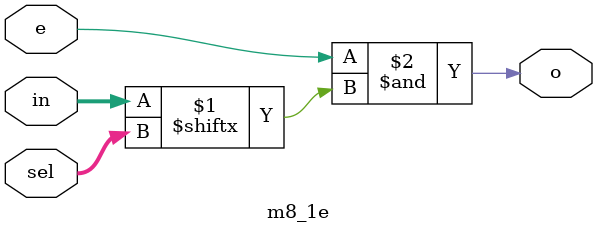
<source format=v>
`timescale 1ns / 1ps


module m8_1e(
    input [7:0] in,
    input [2:0] sel,
    input e,
    output o
    );
   // assign o = e & ((in[0] & ~sel[2] & ~sel[1] & ~sel[0])|(in[1]&~sel[2]&~sel[1]&sel[0])|(in[2]&~sel[2]&sel[1]&~sel[0])|(in[3]&~sel[2]&sel[1]&sel[0])|(in[4]&sel[2]&~sel[1]&~sel[0])|(in[5]&~sel[2]&~sel[1]&sel[0])|(in[6]&sel[2]&sel[1]&~sel[0])|(in[7]&sel[2]&sel[1]&sel[0]));
       assign o = e & (in[sel]);
endmodule

</source>
